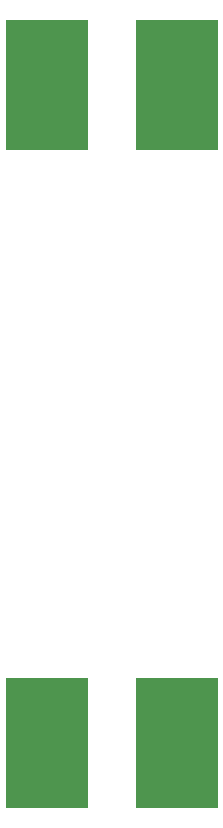
<source format=gbr>
%TF.GenerationSoftware,KiCad,Pcbnew,7.0.2*%
%TF.CreationDate,2023-05-10T22:13:46+02:00*%
%TF.ProjectId,ESPlant-Board,4553506c-616e-4742-9d42-6f6172642e6b,rev?*%
%TF.SameCoordinates,PX76c48e7PY1665c4c*%
%TF.FileFunction,Paste,Bot*%
%TF.FilePolarity,Positive*%
%FSLAX46Y46*%
G04 Gerber Fmt 4.6, Leading zero omitted, Abs format (unit mm)*
G04 Created by KiCad (PCBNEW 7.0.2) date 2023-05-10 22:13:46*
%MOMM*%
%LPD*%
G01*
G04 APERTURE LIST*
%ADD10R,7.000025X11.000025*%
G04 APERTURE END LIST*
D10*
%TO.C,BT1*%
X19942937Y-72220000D03*
X19942937Y-16469936D03*
X8942937Y-16469936D03*
X8942937Y-72220000D03*
%TD*%
M02*

</source>
